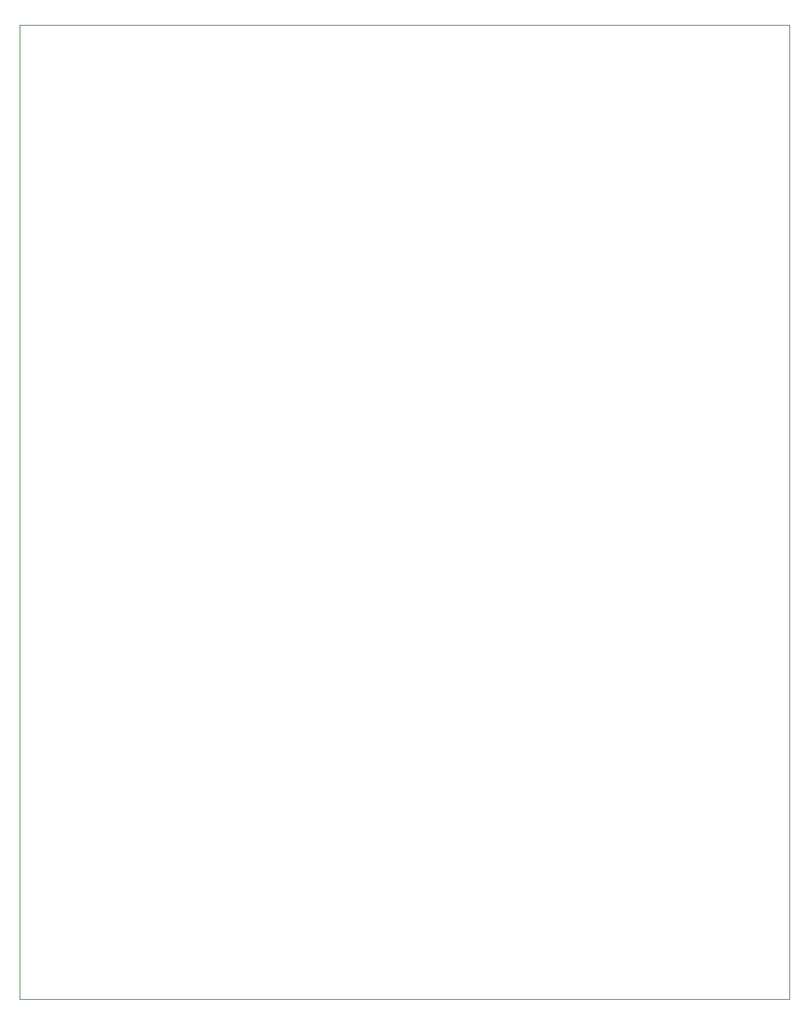
<source format=gm1>
%TF.GenerationSoftware,KiCad,Pcbnew,(6.0.1)*%
%TF.CreationDate,2022-02-23T20:13:37+01:00*%
%TF.ProjectId,PSU,5053552e-6b69-4636-9164-5f7063625858,rev?*%
%TF.SameCoordinates,Original*%
%TF.FileFunction,Profile,NP*%
%FSLAX46Y46*%
G04 Gerber Fmt 4.6, Leading zero omitted, Abs format (unit mm)*
G04 Created by KiCad (PCBNEW (6.0.1)) date 2022-02-23 20:13:37*
%MOMM*%
%LPD*%
G01*
G04 APERTURE LIST*
%TA.AperFunction,Profile*%
%ADD10C,0.100000*%
%TD*%
G04 APERTURE END LIST*
D10*
X99060000Y-127000000D02*
X12700000Y-127000000D01*
X12700000Y-127000000D02*
X12700000Y-17780000D01*
X12700000Y-17780000D02*
X99060000Y-17780000D01*
X99060000Y-17780000D02*
X99060000Y-127000000D01*
M02*

</source>
